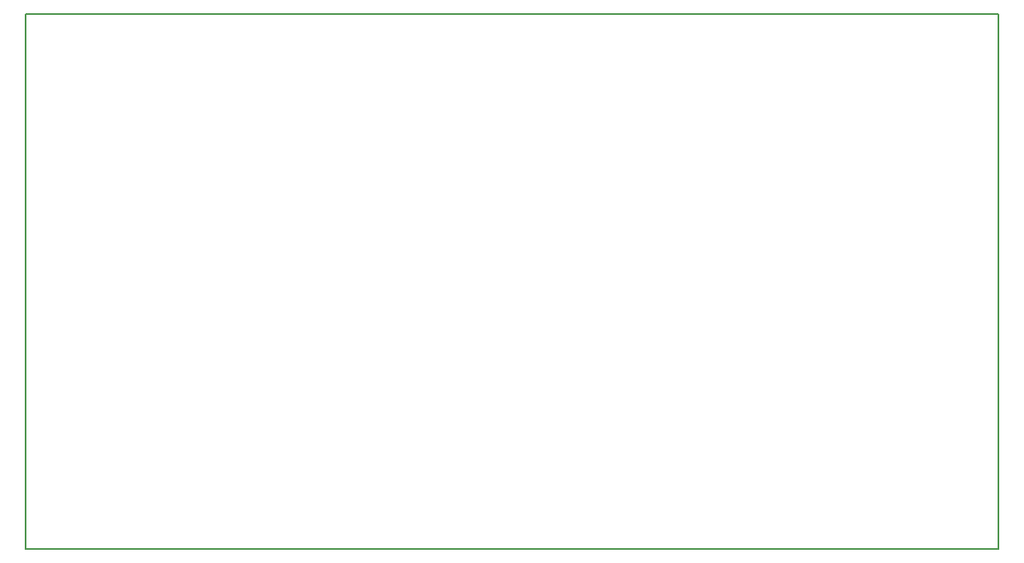
<source format=gbo>
G04 MADE WITH FRITZING*
G04 WWW.FRITZING.ORG*
G04 DOUBLE SIDED*
G04 HOLES PLATED*
G04 CONTOUR ON CENTER OF CONTOUR VECTOR*
%ASAXBY*%
%FSLAX23Y23*%
%MOIN*%
%OFA0B0*%
%SFA1.0B1.0*%
%ADD10R,3.937010X2.165350X3.921010X2.149350*%
%ADD11C,0.008000*%
%LNSILK0*%
G90*
G70*
G54D11*
X4Y2161D02*
X3933Y2161D01*
X3933Y4D01*
X4Y4D01*
X4Y2161D01*
D02*
G04 End of Silk0*
M02*
</source>
